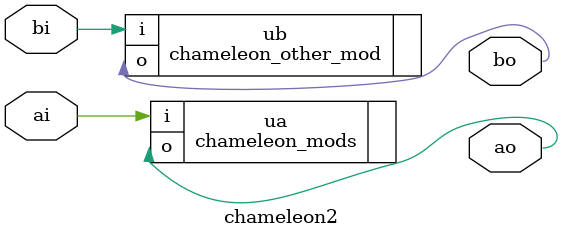
<source format=v>


//|@Module -v2k;
module chameleon2 (
      input wire  ai
    , output wire  ao
    , input wire  bi
    , output wire  bo
);

//|@Instance chameleon_mods ua -connect /^/ a;
chameleon_mods ua (
 .i(ai)
,.o(ao)
);

//|@Instance chameleon_other_mod ub -connect /^/ b;
chameleon_other_mod ub (
 .i(bi)
,.o(bo)
);

endmodule

</source>
